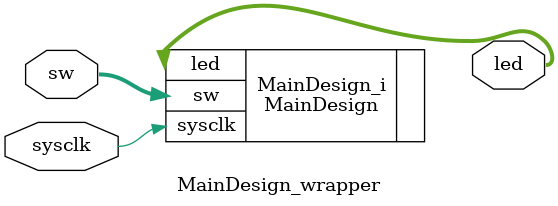
<source format=v>
`timescale 1 ps / 1 ps

module MainDesign_wrapper
   (led,
    sw,
    sysclk);
  output [3:0]led;
  input [1:0]sw;
  input sysclk;

  wire [3:0]led;
  wire [1:0]sw;
  wire sysclk;

  MainDesign MainDesign_i
       (.led(led),
        .sw(sw),
        .sysclk(sysclk));
endmodule

</source>
